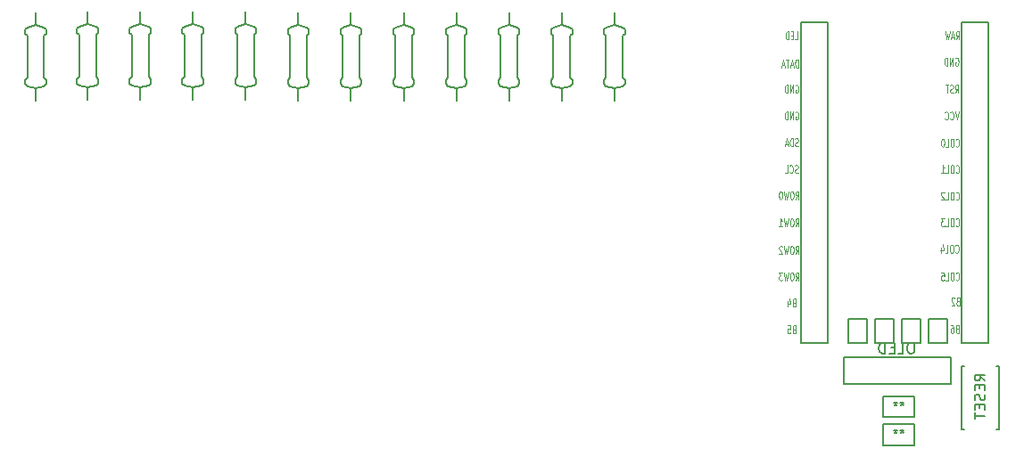
<source format=gbo>
%TF.GenerationSoftware,KiCad,Pcbnew,(5.1.10)-1*%
%TF.CreationDate,2021-10-30T13:12:34+08:00*%
%TF.ProjectId,EGPad,45475061-642e-46b6-9963-61645f706362,rev?*%
%TF.SameCoordinates,Original*%
%TF.FileFunction,Legend,Bot*%
%TF.FilePolarity,Positive*%
%FSLAX46Y46*%
G04 Gerber Fmt 4.6, Leading zero omitted, Abs format (unit mm)*
G04 Created by KiCad (PCBNEW (5.1.10)-1) date 2021-10-30 13:12:34*
%MOMM*%
%LPD*%
G01*
G04 APERTURE LIST*
%ADD10C,0.150000*%
%ADD11C,0.125000*%
G04 APERTURE END LIST*
D10*
%TO.C,JP8*%
X178943000Y-67691000D02*
X178943000Y-65405000D01*
X178943000Y-65405000D02*
X177165000Y-65405000D01*
X177165000Y-65405000D02*
X177165000Y-67691000D01*
X177165000Y-67691000D02*
X178943000Y-67691000D01*
%TO.C,JP7*%
X181483000Y-67691000D02*
X181483000Y-65405000D01*
X181483000Y-65405000D02*
X179705000Y-65405000D01*
X179705000Y-65405000D02*
X179705000Y-67691000D01*
X179705000Y-67691000D02*
X181483000Y-67691000D01*
%TO.C,JP6*%
X184023000Y-67698600D02*
X184023000Y-65412600D01*
X184023000Y-65412600D02*
X182245000Y-65412600D01*
X182245000Y-65412600D02*
X182245000Y-67698600D01*
X182245000Y-67698600D02*
X184023000Y-67698600D01*
%TO.C,JP5*%
X184785000Y-67691000D02*
X186563000Y-67691000D01*
X184785000Y-65405000D02*
X184785000Y-67691000D01*
X186563000Y-65405000D02*
X184785000Y-65405000D01*
X186563000Y-67691000D02*
X186563000Y-65405000D01*
%TO.C,U1*%
X172720000Y-67691000D02*
X172720000Y-37211000D01*
X175260000Y-67691000D02*
X172720000Y-67691000D01*
X175260000Y-37211000D02*
X175260000Y-67691000D01*
X172720000Y-37211000D02*
X175260000Y-37211000D01*
X187960000Y-67691000D02*
X187960000Y-37211000D01*
X190500000Y-67691000D02*
X187960000Y-67691000D01*
X190500000Y-37211000D02*
X190500000Y-67691000D01*
X187960000Y-37211000D02*
X190500000Y-37211000D01*
%TO.C,RSW1*%
X191238000Y-69898000D02*
X191488000Y-69898000D01*
X191488000Y-69898000D02*
X191488000Y-75898000D01*
X191488000Y-75898000D02*
X191238000Y-75898000D01*
X188238000Y-75898000D02*
X187988000Y-75898000D01*
X187988000Y-75898000D02*
X187988000Y-69898000D01*
X187988000Y-69898000D02*
X188238000Y-69898000D01*
%TO.C,R14*%
X180491000Y-75454000D02*
X183491000Y-75454000D01*
X183491000Y-75454000D02*
X183491000Y-77454000D01*
X183491000Y-77454000D02*
X180491000Y-77454000D01*
X180491000Y-77454000D02*
X180491000Y-75454000D01*
%TO.C,R13*%
X180491000Y-72787000D02*
X183491000Y-72787000D01*
X183491000Y-72787000D02*
X183491000Y-74787000D01*
X183491000Y-74787000D02*
X180491000Y-74787000D01*
X180491000Y-74787000D02*
X180491000Y-72787000D01*
%TO.C,J1*%
X176784000Y-69088000D02*
X186944000Y-69088000D01*
X186944000Y-69088000D02*
X186944000Y-71628000D01*
X186944000Y-71628000D02*
X176784000Y-71628000D01*
X176784000Y-71628000D02*
X176784000Y-69088000D01*
%TO.C,R12*%
X105000000Y-43449500D02*
X105000000Y-44649500D01*
X104200000Y-37649500D02*
X105000000Y-37449500D01*
X104000000Y-37849500D02*
X104200000Y-37649500D01*
X104000000Y-38249500D02*
X104000000Y-37849500D01*
X104200000Y-38449500D02*
X104000000Y-38249500D01*
X104200000Y-42449500D02*
X104200000Y-38449500D01*
X104000000Y-42649500D02*
X104200000Y-42449500D01*
X104000000Y-43049500D02*
X104000000Y-42649500D01*
X104200000Y-43249500D02*
X104000000Y-43049500D01*
X105000000Y-43449500D02*
X104200000Y-43249500D01*
X105800000Y-43249500D02*
X105000000Y-43449500D01*
X106000000Y-43049500D02*
X105800000Y-43249500D01*
X106000000Y-42649500D02*
X106000000Y-43049500D01*
X105800000Y-42449500D02*
X106000000Y-42649500D01*
X105800000Y-38449500D02*
X105800000Y-42449500D01*
X106000000Y-38249500D02*
X105800000Y-38449500D01*
X106000000Y-37849500D02*
X106000000Y-38249500D01*
X105800000Y-37649500D02*
X106000000Y-37849500D01*
X105000000Y-37449500D02*
X105800000Y-37649500D01*
X105000000Y-36249500D02*
X105000000Y-37449500D01*
%TO.C,R11*%
X110000000Y-43449500D02*
X110000000Y-44649500D01*
X109200000Y-37649500D02*
X110000000Y-37449500D01*
X109000000Y-37849500D02*
X109200000Y-37649500D01*
X109000000Y-38249500D02*
X109000000Y-37849500D01*
X109200000Y-38449500D02*
X109000000Y-38249500D01*
X109200000Y-42449500D02*
X109200000Y-38449500D01*
X109000000Y-42649500D02*
X109200000Y-42449500D01*
X109000000Y-43049500D02*
X109000000Y-42649500D01*
X109200000Y-43249500D02*
X109000000Y-43049500D01*
X110000000Y-43449500D02*
X109200000Y-43249500D01*
X110800000Y-43249500D02*
X110000000Y-43449500D01*
X111000000Y-43049500D02*
X110800000Y-43249500D01*
X111000000Y-42649500D02*
X111000000Y-43049500D01*
X110800000Y-42449500D02*
X111000000Y-42649500D01*
X110800000Y-38449500D02*
X110800000Y-42449500D01*
X111000000Y-38249500D02*
X110800000Y-38449500D01*
X111000000Y-37849500D02*
X111000000Y-38249500D01*
X110800000Y-37649500D02*
X111000000Y-37849500D01*
X110000000Y-37449500D02*
X110800000Y-37649500D01*
X110000000Y-36249500D02*
X110000000Y-37449500D01*
%TO.C,R10*%
X115000000Y-43449500D02*
X115000000Y-44649500D01*
X114200000Y-37649500D02*
X115000000Y-37449500D01*
X114000000Y-37849500D02*
X114200000Y-37649500D01*
X114000000Y-38249500D02*
X114000000Y-37849500D01*
X114200000Y-38449500D02*
X114000000Y-38249500D01*
X114200000Y-42449500D02*
X114200000Y-38449500D01*
X114000000Y-42649500D02*
X114200000Y-42449500D01*
X114000000Y-43049500D02*
X114000000Y-42649500D01*
X114200000Y-43249500D02*
X114000000Y-43049500D01*
X115000000Y-43449500D02*
X114200000Y-43249500D01*
X115800000Y-43249500D02*
X115000000Y-43449500D01*
X116000000Y-43049500D02*
X115800000Y-43249500D01*
X116000000Y-42649500D02*
X116000000Y-43049500D01*
X115800000Y-42449500D02*
X116000000Y-42649500D01*
X115800000Y-38449500D02*
X115800000Y-42449500D01*
X116000000Y-38249500D02*
X115800000Y-38449500D01*
X116000000Y-37849500D02*
X116000000Y-38249500D01*
X115800000Y-37649500D02*
X116000000Y-37849500D01*
X115000000Y-37449500D02*
X115800000Y-37649500D01*
X115000000Y-36249500D02*
X115000000Y-37449500D01*
%TO.C,R9*%
X120000000Y-43449500D02*
X120000000Y-44649500D01*
X119200000Y-37649500D02*
X120000000Y-37449500D01*
X119000000Y-37849500D02*
X119200000Y-37649500D01*
X119000000Y-38249500D02*
X119000000Y-37849500D01*
X119200000Y-38449500D02*
X119000000Y-38249500D01*
X119200000Y-42449500D02*
X119200000Y-38449500D01*
X119000000Y-42649500D02*
X119200000Y-42449500D01*
X119000000Y-43049500D02*
X119000000Y-42649500D01*
X119200000Y-43249500D02*
X119000000Y-43049500D01*
X120000000Y-43449500D02*
X119200000Y-43249500D01*
X120800000Y-43249500D02*
X120000000Y-43449500D01*
X121000000Y-43049500D02*
X120800000Y-43249500D01*
X121000000Y-42649500D02*
X121000000Y-43049500D01*
X120800000Y-42449500D02*
X121000000Y-42649500D01*
X120800000Y-38449500D02*
X120800000Y-42449500D01*
X121000000Y-38249500D02*
X120800000Y-38449500D01*
X121000000Y-37849500D02*
X121000000Y-38249500D01*
X120800000Y-37649500D02*
X121000000Y-37849500D01*
X120000000Y-37449500D02*
X120800000Y-37649500D01*
X120000000Y-36249500D02*
X120000000Y-37449500D01*
%TO.C,R8*%
X125000000Y-43513000D02*
X125000000Y-44713000D01*
X124200000Y-37713000D02*
X125000000Y-37513000D01*
X124000000Y-37913000D02*
X124200000Y-37713000D01*
X124000000Y-38313000D02*
X124000000Y-37913000D01*
X124200000Y-38513000D02*
X124000000Y-38313000D01*
X124200000Y-42513000D02*
X124200000Y-38513000D01*
X124000000Y-42713000D02*
X124200000Y-42513000D01*
X124000000Y-43113000D02*
X124000000Y-42713000D01*
X124200000Y-43313000D02*
X124000000Y-43113000D01*
X125000000Y-43513000D02*
X124200000Y-43313000D01*
X125800000Y-43313000D02*
X125000000Y-43513000D01*
X126000000Y-43113000D02*
X125800000Y-43313000D01*
X126000000Y-42713000D02*
X126000000Y-43113000D01*
X125800000Y-42513000D02*
X126000000Y-42713000D01*
X125800000Y-38513000D02*
X125800000Y-42513000D01*
X126000000Y-38313000D02*
X125800000Y-38513000D01*
X126000000Y-37913000D02*
X126000000Y-38313000D01*
X125800000Y-37713000D02*
X126000000Y-37913000D01*
X125000000Y-37513000D02*
X125800000Y-37713000D01*
X125000000Y-36313000D02*
X125000000Y-37513000D01*
%TO.C,R7*%
X130000000Y-43513000D02*
X130000000Y-44713000D01*
X129200000Y-37713000D02*
X130000000Y-37513000D01*
X129000000Y-37913000D02*
X129200000Y-37713000D01*
X129000000Y-38313000D02*
X129000000Y-37913000D01*
X129200000Y-38513000D02*
X129000000Y-38313000D01*
X129200000Y-42513000D02*
X129200000Y-38513000D01*
X129000000Y-42713000D02*
X129200000Y-42513000D01*
X129000000Y-43113000D02*
X129000000Y-42713000D01*
X129200000Y-43313000D02*
X129000000Y-43113000D01*
X130000000Y-43513000D02*
X129200000Y-43313000D01*
X130800000Y-43313000D02*
X130000000Y-43513000D01*
X131000000Y-43113000D02*
X130800000Y-43313000D01*
X131000000Y-42713000D02*
X131000000Y-43113000D01*
X130800000Y-42513000D02*
X131000000Y-42713000D01*
X130800000Y-38513000D02*
X130800000Y-42513000D01*
X131000000Y-38313000D02*
X130800000Y-38513000D01*
X131000000Y-37913000D02*
X131000000Y-38313000D01*
X130800000Y-37713000D02*
X131000000Y-37913000D01*
X130000000Y-37513000D02*
X130800000Y-37713000D01*
X130000000Y-36313000D02*
X130000000Y-37513000D01*
%TO.C,R6*%
X135000000Y-43513000D02*
X135000000Y-44713000D01*
X134200000Y-37713000D02*
X135000000Y-37513000D01*
X134000000Y-37913000D02*
X134200000Y-37713000D01*
X134000000Y-38313000D02*
X134000000Y-37913000D01*
X134200000Y-38513000D02*
X134000000Y-38313000D01*
X134200000Y-42513000D02*
X134200000Y-38513000D01*
X134000000Y-42713000D02*
X134200000Y-42513000D01*
X134000000Y-43113000D02*
X134000000Y-42713000D01*
X134200000Y-43313000D02*
X134000000Y-43113000D01*
X135000000Y-43513000D02*
X134200000Y-43313000D01*
X135800000Y-43313000D02*
X135000000Y-43513000D01*
X136000000Y-43113000D02*
X135800000Y-43313000D01*
X136000000Y-42713000D02*
X136000000Y-43113000D01*
X135800000Y-42513000D02*
X136000000Y-42713000D01*
X135800000Y-38513000D02*
X135800000Y-42513000D01*
X136000000Y-38313000D02*
X135800000Y-38513000D01*
X136000000Y-37913000D02*
X136000000Y-38313000D01*
X135800000Y-37713000D02*
X136000000Y-37913000D01*
X135000000Y-37513000D02*
X135800000Y-37713000D01*
X135000000Y-36313000D02*
X135000000Y-37513000D01*
%TO.C,R5*%
X140000000Y-43513000D02*
X140000000Y-44713000D01*
X139200000Y-37713000D02*
X140000000Y-37513000D01*
X139000000Y-37913000D02*
X139200000Y-37713000D01*
X139000000Y-38313000D02*
X139000000Y-37913000D01*
X139200000Y-38513000D02*
X139000000Y-38313000D01*
X139200000Y-42513000D02*
X139200000Y-38513000D01*
X139000000Y-42713000D02*
X139200000Y-42513000D01*
X139000000Y-43113000D02*
X139000000Y-42713000D01*
X139200000Y-43313000D02*
X139000000Y-43113000D01*
X140000000Y-43513000D02*
X139200000Y-43313000D01*
X140800000Y-43313000D02*
X140000000Y-43513000D01*
X141000000Y-43113000D02*
X140800000Y-43313000D01*
X141000000Y-42713000D02*
X141000000Y-43113000D01*
X140800000Y-42513000D02*
X141000000Y-42713000D01*
X140800000Y-38513000D02*
X140800000Y-42513000D01*
X141000000Y-38313000D02*
X140800000Y-38513000D01*
X141000000Y-37913000D02*
X141000000Y-38313000D01*
X140800000Y-37713000D02*
X141000000Y-37913000D01*
X140000000Y-37513000D02*
X140800000Y-37713000D01*
X140000000Y-36313000D02*
X140000000Y-37513000D01*
%TO.C,R4*%
X145000000Y-43513000D02*
X145000000Y-44713000D01*
X144200000Y-37713000D02*
X145000000Y-37513000D01*
X144000000Y-37913000D02*
X144200000Y-37713000D01*
X144000000Y-38313000D02*
X144000000Y-37913000D01*
X144200000Y-38513000D02*
X144000000Y-38313000D01*
X144200000Y-42513000D02*
X144200000Y-38513000D01*
X144000000Y-42713000D02*
X144200000Y-42513000D01*
X144000000Y-43113000D02*
X144000000Y-42713000D01*
X144200000Y-43313000D02*
X144000000Y-43113000D01*
X145000000Y-43513000D02*
X144200000Y-43313000D01*
X145800000Y-43313000D02*
X145000000Y-43513000D01*
X146000000Y-43113000D02*
X145800000Y-43313000D01*
X146000000Y-42713000D02*
X146000000Y-43113000D01*
X145800000Y-42513000D02*
X146000000Y-42713000D01*
X145800000Y-38513000D02*
X145800000Y-42513000D01*
X146000000Y-38313000D02*
X145800000Y-38513000D01*
X146000000Y-37913000D02*
X146000000Y-38313000D01*
X145800000Y-37713000D02*
X146000000Y-37913000D01*
X145000000Y-37513000D02*
X145800000Y-37713000D01*
X145000000Y-36313000D02*
X145000000Y-37513000D01*
%TO.C,R3*%
X150000000Y-43513000D02*
X150000000Y-44713000D01*
X149200000Y-37713000D02*
X150000000Y-37513000D01*
X149000000Y-37913000D02*
X149200000Y-37713000D01*
X149000000Y-38313000D02*
X149000000Y-37913000D01*
X149200000Y-38513000D02*
X149000000Y-38313000D01*
X149200000Y-42513000D02*
X149200000Y-38513000D01*
X149000000Y-42713000D02*
X149200000Y-42513000D01*
X149000000Y-43113000D02*
X149000000Y-42713000D01*
X149200000Y-43313000D02*
X149000000Y-43113000D01*
X150000000Y-43513000D02*
X149200000Y-43313000D01*
X150800000Y-43313000D02*
X150000000Y-43513000D01*
X151000000Y-43113000D02*
X150800000Y-43313000D01*
X151000000Y-42713000D02*
X151000000Y-43113000D01*
X150800000Y-42513000D02*
X151000000Y-42713000D01*
X150800000Y-38513000D02*
X150800000Y-42513000D01*
X151000000Y-38313000D02*
X150800000Y-38513000D01*
X151000000Y-37913000D02*
X151000000Y-38313000D01*
X150800000Y-37713000D02*
X151000000Y-37913000D01*
X150000000Y-37513000D02*
X150800000Y-37713000D01*
X150000000Y-36313000D02*
X150000000Y-37513000D01*
%TO.C,R2*%
X155000000Y-43513000D02*
X155000000Y-44713000D01*
X154200000Y-37713000D02*
X155000000Y-37513000D01*
X154000000Y-37913000D02*
X154200000Y-37713000D01*
X154000000Y-38313000D02*
X154000000Y-37913000D01*
X154200000Y-38513000D02*
X154000000Y-38313000D01*
X154200000Y-42513000D02*
X154200000Y-38513000D01*
X154000000Y-42713000D02*
X154200000Y-42513000D01*
X154000000Y-43113000D02*
X154000000Y-42713000D01*
X154200000Y-43313000D02*
X154000000Y-43113000D01*
X155000000Y-43513000D02*
X154200000Y-43313000D01*
X155800000Y-43313000D02*
X155000000Y-43513000D01*
X156000000Y-43113000D02*
X155800000Y-43313000D01*
X156000000Y-42713000D02*
X156000000Y-43113000D01*
X155800000Y-42513000D02*
X156000000Y-42713000D01*
X155800000Y-38513000D02*
X155800000Y-42513000D01*
X156000000Y-38313000D02*
X155800000Y-38513000D01*
X156000000Y-37913000D02*
X156000000Y-38313000D01*
X155800000Y-37713000D02*
X156000000Y-37913000D01*
X155000000Y-37513000D02*
X155800000Y-37713000D01*
X155000000Y-36313000D02*
X155000000Y-37513000D01*
%TO.C,R1*%
X100076000Y-43513000D02*
X100076000Y-44713000D01*
X99276000Y-37713000D02*
X100076000Y-37513000D01*
X99076000Y-37913000D02*
X99276000Y-37713000D01*
X99076000Y-38313000D02*
X99076000Y-37913000D01*
X99276000Y-38513000D02*
X99076000Y-38313000D01*
X99276000Y-42513000D02*
X99276000Y-38513000D01*
X99076000Y-42713000D02*
X99276000Y-42513000D01*
X99076000Y-43113000D02*
X99076000Y-42713000D01*
X99276000Y-43313000D02*
X99076000Y-43113000D01*
X100076000Y-43513000D02*
X99276000Y-43313000D01*
X100876000Y-43313000D02*
X100076000Y-43513000D01*
X101076000Y-43113000D02*
X100876000Y-43313000D01*
X101076000Y-42713000D02*
X101076000Y-43113000D01*
X100876000Y-42513000D02*
X101076000Y-42713000D01*
X100876000Y-38513000D02*
X100876000Y-42513000D01*
X101076000Y-38313000D02*
X100876000Y-38513000D01*
X101076000Y-37913000D02*
X101076000Y-38313000D01*
X100876000Y-37713000D02*
X101076000Y-37913000D01*
X100076000Y-37513000D02*
X100876000Y-37713000D01*
X100076000Y-36313000D02*
X100076000Y-37513000D01*
%TO.C,U1*%
D11*
X172210952Y-56663785D02*
X172377619Y-56306642D01*
X172496666Y-56663785D02*
X172496666Y-55913785D01*
X172306190Y-55913785D01*
X172258571Y-55949500D01*
X172234761Y-55985214D01*
X172210952Y-56056642D01*
X172210952Y-56163785D01*
X172234761Y-56235214D01*
X172258571Y-56270928D01*
X172306190Y-56306642D01*
X172496666Y-56306642D01*
X171901428Y-55913785D02*
X171806190Y-55913785D01*
X171758571Y-55949500D01*
X171710952Y-56020928D01*
X171687142Y-56163785D01*
X171687142Y-56413785D01*
X171710952Y-56556642D01*
X171758571Y-56628071D01*
X171806190Y-56663785D01*
X171901428Y-56663785D01*
X171949047Y-56628071D01*
X171996666Y-56556642D01*
X172020476Y-56413785D01*
X172020476Y-56163785D01*
X171996666Y-56020928D01*
X171949047Y-55949500D01*
X171901428Y-55913785D01*
X171520476Y-55913785D02*
X171401428Y-56663785D01*
X171306190Y-56128071D01*
X171210952Y-56663785D01*
X171091904Y-55913785D01*
X170639523Y-56663785D02*
X170925238Y-56663785D01*
X170782380Y-56663785D02*
X170782380Y-55913785D01*
X170830000Y-56020928D01*
X170877619Y-56092357D01*
X170925238Y-56128071D01*
X187377619Y-59068857D02*
X187401428Y-59104571D01*
X187472857Y-59140285D01*
X187520476Y-59140285D01*
X187591904Y-59104571D01*
X187639523Y-59033142D01*
X187663333Y-58961714D01*
X187687142Y-58818857D01*
X187687142Y-58711714D01*
X187663333Y-58568857D01*
X187639523Y-58497428D01*
X187591904Y-58426000D01*
X187520476Y-58390285D01*
X187472857Y-58390285D01*
X187401428Y-58426000D01*
X187377619Y-58461714D01*
X187068095Y-58390285D02*
X186972857Y-58390285D01*
X186925238Y-58426000D01*
X186877619Y-58497428D01*
X186853809Y-58640285D01*
X186853809Y-58890285D01*
X186877619Y-59033142D01*
X186925238Y-59104571D01*
X186972857Y-59140285D01*
X187068095Y-59140285D01*
X187115714Y-59104571D01*
X187163333Y-59033142D01*
X187187142Y-58890285D01*
X187187142Y-58640285D01*
X187163333Y-58497428D01*
X187115714Y-58426000D01*
X187068095Y-58390285D01*
X186401428Y-59140285D02*
X186639523Y-59140285D01*
X186639523Y-58390285D01*
X186020476Y-58640285D02*
X186020476Y-59140285D01*
X186139523Y-58354571D02*
X186258571Y-58890285D01*
X185949047Y-58890285D01*
X172210952Y-59267285D02*
X172377619Y-58910142D01*
X172496666Y-59267285D02*
X172496666Y-58517285D01*
X172306190Y-58517285D01*
X172258571Y-58553000D01*
X172234761Y-58588714D01*
X172210952Y-58660142D01*
X172210952Y-58767285D01*
X172234761Y-58838714D01*
X172258571Y-58874428D01*
X172306190Y-58910142D01*
X172496666Y-58910142D01*
X171901428Y-58517285D02*
X171806190Y-58517285D01*
X171758571Y-58553000D01*
X171710952Y-58624428D01*
X171687142Y-58767285D01*
X171687142Y-59017285D01*
X171710952Y-59160142D01*
X171758571Y-59231571D01*
X171806190Y-59267285D01*
X171901428Y-59267285D01*
X171949047Y-59231571D01*
X171996666Y-59160142D01*
X172020476Y-59017285D01*
X172020476Y-58767285D01*
X171996666Y-58624428D01*
X171949047Y-58553000D01*
X171901428Y-58517285D01*
X171520476Y-58517285D02*
X171401428Y-59267285D01*
X171306190Y-58731571D01*
X171210952Y-59267285D01*
X171091904Y-58517285D01*
X170925238Y-58588714D02*
X170901428Y-58553000D01*
X170853809Y-58517285D01*
X170734761Y-58517285D01*
X170687142Y-58553000D01*
X170663333Y-58588714D01*
X170639523Y-58660142D01*
X170639523Y-58731571D01*
X170663333Y-58838714D01*
X170949047Y-59267285D01*
X170639523Y-59267285D01*
X187427619Y-61706857D02*
X187451428Y-61742571D01*
X187522857Y-61778285D01*
X187570476Y-61778285D01*
X187641904Y-61742571D01*
X187689523Y-61671142D01*
X187713333Y-61599714D01*
X187737142Y-61456857D01*
X187737142Y-61349714D01*
X187713333Y-61206857D01*
X187689523Y-61135428D01*
X187641904Y-61064000D01*
X187570476Y-61028285D01*
X187522857Y-61028285D01*
X187451428Y-61064000D01*
X187427619Y-61099714D01*
X187118095Y-61028285D02*
X187022857Y-61028285D01*
X186975238Y-61064000D01*
X186927619Y-61135428D01*
X186903809Y-61278285D01*
X186903809Y-61528285D01*
X186927619Y-61671142D01*
X186975238Y-61742571D01*
X187022857Y-61778285D01*
X187118095Y-61778285D01*
X187165714Y-61742571D01*
X187213333Y-61671142D01*
X187237142Y-61528285D01*
X187237142Y-61278285D01*
X187213333Y-61135428D01*
X187165714Y-61064000D01*
X187118095Y-61028285D01*
X186451428Y-61778285D02*
X186689523Y-61778285D01*
X186689523Y-61028285D01*
X186046666Y-61028285D02*
X186284761Y-61028285D01*
X186308571Y-61385428D01*
X186284761Y-61349714D01*
X186237142Y-61314000D01*
X186118095Y-61314000D01*
X186070476Y-61349714D01*
X186046666Y-61385428D01*
X186022857Y-61456857D01*
X186022857Y-61635428D01*
X186046666Y-61706857D01*
X186070476Y-61742571D01*
X186118095Y-61778285D01*
X186237142Y-61778285D01*
X186284761Y-61742571D01*
X186308571Y-61706857D01*
X172210952Y-61778285D02*
X172377619Y-61421142D01*
X172496666Y-61778285D02*
X172496666Y-61028285D01*
X172306190Y-61028285D01*
X172258571Y-61064000D01*
X172234761Y-61099714D01*
X172210952Y-61171142D01*
X172210952Y-61278285D01*
X172234761Y-61349714D01*
X172258571Y-61385428D01*
X172306190Y-61421142D01*
X172496666Y-61421142D01*
X171901428Y-61028285D02*
X171806190Y-61028285D01*
X171758571Y-61064000D01*
X171710952Y-61135428D01*
X171687142Y-61278285D01*
X171687142Y-61528285D01*
X171710952Y-61671142D01*
X171758571Y-61742571D01*
X171806190Y-61778285D01*
X171901428Y-61778285D01*
X171949047Y-61742571D01*
X171996666Y-61671142D01*
X172020476Y-61528285D01*
X172020476Y-61278285D01*
X171996666Y-61135428D01*
X171949047Y-61064000D01*
X171901428Y-61028285D01*
X171520476Y-61028285D02*
X171401428Y-61778285D01*
X171306190Y-61242571D01*
X171210952Y-61778285D01*
X171091904Y-61028285D01*
X170949047Y-61028285D02*
X170639523Y-61028285D01*
X170806190Y-61314000D01*
X170734761Y-61314000D01*
X170687142Y-61349714D01*
X170663333Y-61385428D01*
X170639523Y-61456857D01*
X170639523Y-61635428D01*
X170663333Y-61706857D01*
X170687142Y-61742571D01*
X170734761Y-61778285D01*
X170877619Y-61778285D01*
X170925238Y-61742571D01*
X170949047Y-61706857D01*
X187590880Y-63763928D02*
X187519452Y-63799642D01*
X187495642Y-63835357D01*
X187471833Y-63906785D01*
X187471833Y-64013928D01*
X187495642Y-64085357D01*
X187519452Y-64121071D01*
X187567071Y-64156785D01*
X187757547Y-64156785D01*
X187757547Y-63406785D01*
X187590880Y-63406785D01*
X187543261Y-63442500D01*
X187519452Y-63478214D01*
X187495642Y-63549642D01*
X187495642Y-63621071D01*
X187519452Y-63692500D01*
X187543261Y-63728214D01*
X187590880Y-63763928D01*
X187757547Y-63763928D01*
X187281357Y-63478214D02*
X187257547Y-63442500D01*
X187209928Y-63406785D01*
X187090880Y-63406785D01*
X187043261Y-63442500D01*
X187019452Y-63478214D01*
X186995642Y-63549642D01*
X186995642Y-63621071D01*
X187019452Y-63728214D01*
X187305166Y-64156785D01*
X186995642Y-64156785D01*
X172033380Y-63890928D02*
X171961952Y-63926642D01*
X171938142Y-63962357D01*
X171914333Y-64033785D01*
X171914333Y-64140928D01*
X171938142Y-64212357D01*
X171961952Y-64248071D01*
X172009571Y-64283785D01*
X172200047Y-64283785D01*
X172200047Y-63533785D01*
X172033380Y-63533785D01*
X171985761Y-63569500D01*
X171961952Y-63605214D01*
X171938142Y-63676642D01*
X171938142Y-63748071D01*
X171961952Y-63819500D01*
X171985761Y-63855214D01*
X172033380Y-63890928D01*
X172200047Y-63890928D01*
X171485761Y-63783785D02*
X171485761Y-64283785D01*
X171604809Y-63498071D02*
X171723857Y-64033785D01*
X171414333Y-64033785D01*
X172033380Y-66430928D02*
X171961952Y-66466642D01*
X171938142Y-66502357D01*
X171914333Y-66573785D01*
X171914333Y-66680928D01*
X171938142Y-66752357D01*
X171961952Y-66788071D01*
X172009571Y-66823785D01*
X172200047Y-66823785D01*
X172200047Y-66073785D01*
X172033380Y-66073785D01*
X171985761Y-66109500D01*
X171961952Y-66145214D01*
X171938142Y-66216642D01*
X171938142Y-66288071D01*
X171961952Y-66359500D01*
X171985761Y-66395214D01*
X172033380Y-66430928D01*
X172200047Y-66430928D01*
X171461952Y-66073785D02*
X171700047Y-66073785D01*
X171723857Y-66430928D01*
X171700047Y-66395214D01*
X171652428Y-66359500D01*
X171533380Y-66359500D01*
X171485761Y-66395214D01*
X171461952Y-66430928D01*
X171438142Y-66502357D01*
X171438142Y-66680928D01*
X171461952Y-66752357D01*
X171485761Y-66788071D01*
X171533380Y-66823785D01*
X171652428Y-66823785D01*
X171700047Y-66788071D01*
X171723857Y-66752357D01*
X187527380Y-66367428D02*
X187455952Y-66403142D01*
X187432142Y-66438857D01*
X187408333Y-66510285D01*
X187408333Y-66617428D01*
X187432142Y-66688857D01*
X187455952Y-66724571D01*
X187503571Y-66760285D01*
X187694047Y-66760285D01*
X187694047Y-66010285D01*
X187527380Y-66010285D01*
X187479761Y-66046000D01*
X187455952Y-66081714D01*
X187432142Y-66153142D01*
X187432142Y-66224571D01*
X187455952Y-66296000D01*
X187479761Y-66331714D01*
X187527380Y-66367428D01*
X187694047Y-66367428D01*
X186979761Y-66010285D02*
X187075000Y-66010285D01*
X187122619Y-66046000D01*
X187146428Y-66081714D01*
X187194047Y-66188857D01*
X187217857Y-66331714D01*
X187217857Y-66617428D01*
X187194047Y-66688857D01*
X187170238Y-66724571D01*
X187122619Y-66760285D01*
X187027380Y-66760285D01*
X186979761Y-66724571D01*
X186955952Y-66688857D01*
X186932142Y-66617428D01*
X186932142Y-66438857D01*
X186955952Y-66367428D01*
X186979761Y-66331714D01*
X187027380Y-66296000D01*
X187122619Y-66296000D01*
X187170238Y-66331714D01*
X187194047Y-66367428D01*
X187217857Y-66438857D01*
X187427619Y-49006857D02*
X187451428Y-49042571D01*
X187522857Y-49078285D01*
X187570476Y-49078285D01*
X187641904Y-49042571D01*
X187689523Y-48971142D01*
X187713333Y-48899714D01*
X187737142Y-48756857D01*
X187737142Y-48649714D01*
X187713333Y-48506857D01*
X187689523Y-48435428D01*
X187641904Y-48364000D01*
X187570476Y-48328285D01*
X187522857Y-48328285D01*
X187451428Y-48364000D01*
X187427619Y-48399714D01*
X187118095Y-48328285D02*
X187022857Y-48328285D01*
X186975238Y-48364000D01*
X186927619Y-48435428D01*
X186903809Y-48578285D01*
X186903809Y-48828285D01*
X186927619Y-48971142D01*
X186975238Y-49042571D01*
X187022857Y-49078285D01*
X187118095Y-49078285D01*
X187165714Y-49042571D01*
X187213333Y-48971142D01*
X187237142Y-48828285D01*
X187237142Y-48578285D01*
X187213333Y-48435428D01*
X187165714Y-48364000D01*
X187118095Y-48328285D01*
X186451428Y-49078285D02*
X186689523Y-49078285D01*
X186689523Y-48328285D01*
X186189523Y-48328285D02*
X186141904Y-48328285D01*
X186094285Y-48364000D01*
X186070476Y-48399714D01*
X186046666Y-48471142D01*
X186022857Y-48614000D01*
X186022857Y-48792571D01*
X186046666Y-48935428D01*
X186070476Y-49006857D01*
X186094285Y-49042571D01*
X186141904Y-49078285D01*
X186189523Y-49078285D01*
X186237142Y-49042571D01*
X186260952Y-49006857D01*
X186284761Y-48935428D01*
X186308571Y-48792571D01*
X186308571Y-48614000D01*
X186284761Y-48471142D01*
X186260952Y-48399714D01*
X186237142Y-48364000D01*
X186189523Y-48328285D01*
X172438142Y-49008071D02*
X172366714Y-49043785D01*
X172247666Y-49043785D01*
X172200047Y-49008071D01*
X172176238Y-48972357D01*
X172152428Y-48900928D01*
X172152428Y-48829500D01*
X172176238Y-48758071D01*
X172200047Y-48722357D01*
X172247666Y-48686642D01*
X172342904Y-48650928D01*
X172390523Y-48615214D01*
X172414333Y-48579500D01*
X172438142Y-48508071D01*
X172438142Y-48436642D01*
X172414333Y-48365214D01*
X172390523Y-48329500D01*
X172342904Y-48293785D01*
X172223857Y-48293785D01*
X172152428Y-48329500D01*
X171938142Y-49043785D02*
X171938142Y-48293785D01*
X171819095Y-48293785D01*
X171747666Y-48329500D01*
X171700047Y-48400928D01*
X171676238Y-48472357D01*
X171652428Y-48615214D01*
X171652428Y-48722357D01*
X171676238Y-48865214D01*
X171700047Y-48936642D01*
X171747666Y-49008071D01*
X171819095Y-49043785D01*
X171938142Y-49043785D01*
X171461952Y-48829500D02*
X171223857Y-48829500D01*
X171509571Y-49043785D02*
X171342904Y-48293785D01*
X171176238Y-49043785D01*
X187427619Y-51512357D02*
X187451428Y-51548071D01*
X187522857Y-51583785D01*
X187570476Y-51583785D01*
X187641904Y-51548071D01*
X187689523Y-51476642D01*
X187713333Y-51405214D01*
X187737142Y-51262357D01*
X187737142Y-51155214D01*
X187713333Y-51012357D01*
X187689523Y-50940928D01*
X187641904Y-50869500D01*
X187570476Y-50833785D01*
X187522857Y-50833785D01*
X187451428Y-50869500D01*
X187427619Y-50905214D01*
X187118095Y-50833785D02*
X187022857Y-50833785D01*
X186975238Y-50869500D01*
X186927619Y-50940928D01*
X186903809Y-51083785D01*
X186903809Y-51333785D01*
X186927619Y-51476642D01*
X186975238Y-51548071D01*
X187022857Y-51583785D01*
X187118095Y-51583785D01*
X187165714Y-51548071D01*
X187213333Y-51476642D01*
X187237142Y-51333785D01*
X187237142Y-51083785D01*
X187213333Y-50940928D01*
X187165714Y-50869500D01*
X187118095Y-50833785D01*
X186451428Y-51583785D02*
X186689523Y-51583785D01*
X186689523Y-50833785D01*
X186022857Y-51583785D02*
X186308571Y-51583785D01*
X186165714Y-51583785D02*
X186165714Y-50833785D01*
X186213333Y-50940928D01*
X186260952Y-51012357D01*
X186308571Y-51048071D01*
X172426238Y-51548071D02*
X172354809Y-51583785D01*
X172235761Y-51583785D01*
X172188142Y-51548071D01*
X172164333Y-51512357D01*
X172140523Y-51440928D01*
X172140523Y-51369500D01*
X172164333Y-51298071D01*
X172188142Y-51262357D01*
X172235761Y-51226642D01*
X172331000Y-51190928D01*
X172378619Y-51155214D01*
X172402428Y-51119500D01*
X172426238Y-51048071D01*
X172426238Y-50976642D01*
X172402428Y-50905214D01*
X172378619Y-50869500D01*
X172331000Y-50833785D01*
X172211952Y-50833785D01*
X172140523Y-50869500D01*
X171640523Y-51512357D02*
X171664333Y-51548071D01*
X171735761Y-51583785D01*
X171783380Y-51583785D01*
X171854809Y-51548071D01*
X171902428Y-51476642D01*
X171926238Y-51405214D01*
X171950047Y-51262357D01*
X171950047Y-51155214D01*
X171926238Y-51012357D01*
X171902428Y-50940928D01*
X171854809Y-50869500D01*
X171783380Y-50833785D01*
X171735761Y-50833785D01*
X171664333Y-50869500D01*
X171640523Y-50905214D01*
X171188142Y-51583785D02*
X171426238Y-51583785D01*
X171426238Y-50833785D01*
X187427619Y-54056857D02*
X187451428Y-54092571D01*
X187522857Y-54128285D01*
X187570476Y-54128285D01*
X187641904Y-54092571D01*
X187689523Y-54021142D01*
X187713333Y-53949714D01*
X187737142Y-53806857D01*
X187737142Y-53699714D01*
X187713333Y-53556857D01*
X187689523Y-53485428D01*
X187641904Y-53414000D01*
X187570476Y-53378285D01*
X187522857Y-53378285D01*
X187451428Y-53414000D01*
X187427619Y-53449714D01*
X187118095Y-53378285D02*
X187022857Y-53378285D01*
X186975238Y-53414000D01*
X186927619Y-53485428D01*
X186903809Y-53628285D01*
X186903809Y-53878285D01*
X186927619Y-54021142D01*
X186975238Y-54092571D01*
X187022857Y-54128285D01*
X187118095Y-54128285D01*
X187165714Y-54092571D01*
X187213333Y-54021142D01*
X187237142Y-53878285D01*
X187237142Y-53628285D01*
X187213333Y-53485428D01*
X187165714Y-53414000D01*
X187118095Y-53378285D01*
X186451428Y-54128285D02*
X186689523Y-54128285D01*
X186689523Y-53378285D01*
X186308571Y-53449714D02*
X186284761Y-53414000D01*
X186237142Y-53378285D01*
X186118095Y-53378285D01*
X186070476Y-53414000D01*
X186046666Y-53449714D01*
X186022857Y-53521142D01*
X186022857Y-53592571D01*
X186046666Y-53699714D01*
X186332380Y-54128285D01*
X186022857Y-54128285D01*
X172210952Y-54060285D02*
X172377619Y-53703142D01*
X172496666Y-54060285D02*
X172496666Y-53310285D01*
X172306190Y-53310285D01*
X172258571Y-53346000D01*
X172234761Y-53381714D01*
X172210952Y-53453142D01*
X172210952Y-53560285D01*
X172234761Y-53631714D01*
X172258571Y-53667428D01*
X172306190Y-53703142D01*
X172496666Y-53703142D01*
X171901428Y-53310285D02*
X171806190Y-53310285D01*
X171758571Y-53346000D01*
X171710952Y-53417428D01*
X171687142Y-53560285D01*
X171687142Y-53810285D01*
X171710952Y-53953142D01*
X171758571Y-54024571D01*
X171806190Y-54060285D01*
X171901428Y-54060285D01*
X171949047Y-54024571D01*
X171996666Y-53953142D01*
X172020476Y-53810285D01*
X172020476Y-53560285D01*
X171996666Y-53417428D01*
X171949047Y-53346000D01*
X171901428Y-53310285D01*
X171520476Y-53310285D02*
X171401428Y-54060285D01*
X171306190Y-53524571D01*
X171210952Y-54060285D01*
X171091904Y-53310285D01*
X170806190Y-53310285D02*
X170758571Y-53310285D01*
X170710952Y-53346000D01*
X170687142Y-53381714D01*
X170663333Y-53453142D01*
X170639523Y-53596000D01*
X170639523Y-53774571D01*
X170663333Y-53917428D01*
X170687142Y-53988857D01*
X170710952Y-54024571D01*
X170758571Y-54060285D01*
X170806190Y-54060285D01*
X170853809Y-54024571D01*
X170877619Y-53988857D01*
X170901428Y-53917428D01*
X170925238Y-53774571D01*
X170925238Y-53596000D01*
X170901428Y-53453142D01*
X170877619Y-53381714D01*
X170853809Y-53346000D01*
X170806190Y-53310285D01*
X187427619Y-56556857D02*
X187451428Y-56592571D01*
X187522857Y-56628285D01*
X187570476Y-56628285D01*
X187641904Y-56592571D01*
X187689523Y-56521142D01*
X187713333Y-56449714D01*
X187737142Y-56306857D01*
X187737142Y-56199714D01*
X187713333Y-56056857D01*
X187689523Y-55985428D01*
X187641904Y-55914000D01*
X187570476Y-55878285D01*
X187522857Y-55878285D01*
X187451428Y-55914000D01*
X187427619Y-55949714D01*
X187118095Y-55878285D02*
X187022857Y-55878285D01*
X186975238Y-55914000D01*
X186927619Y-55985428D01*
X186903809Y-56128285D01*
X186903809Y-56378285D01*
X186927619Y-56521142D01*
X186975238Y-56592571D01*
X187022857Y-56628285D01*
X187118095Y-56628285D01*
X187165714Y-56592571D01*
X187213333Y-56521142D01*
X187237142Y-56378285D01*
X187237142Y-56128285D01*
X187213333Y-55985428D01*
X187165714Y-55914000D01*
X187118095Y-55878285D01*
X186451428Y-56628285D02*
X186689523Y-56628285D01*
X186689523Y-55878285D01*
X186332380Y-55878285D02*
X186022857Y-55878285D01*
X186189523Y-56164000D01*
X186118095Y-56164000D01*
X186070476Y-56199714D01*
X186046666Y-56235428D01*
X186022857Y-56306857D01*
X186022857Y-56485428D01*
X186046666Y-56556857D01*
X186070476Y-56592571D01*
X186118095Y-56628285D01*
X186260952Y-56628285D01*
X186308571Y-56592571D01*
X186332380Y-56556857D01*
X172211952Y-45789500D02*
X172259571Y-45753785D01*
X172331000Y-45753785D01*
X172402428Y-45789500D01*
X172450047Y-45860928D01*
X172473857Y-45932357D01*
X172497666Y-46075214D01*
X172497666Y-46182357D01*
X172473857Y-46325214D01*
X172450047Y-46396642D01*
X172402428Y-46468071D01*
X172331000Y-46503785D01*
X172283380Y-46503785D01*
X172211952Y-46468071D01*
X172188142Y-46432357D01*
X172188142Y-46182357D01*
X172283380Y-46182357D01*
X171973857Y-46503785D02*
X171973857Y-45753785D01*
X171688142Y-46503785D01*
X171688142Y-45753785D01*
X171450047Y-46503785D02*
X171450047Y-45753785D01*
X171331000Y-45753785D01*
X171259571Y-45789500D01*
X171211952Y-45860928D01*
X171188142Y-45932357D01*
X171164333Y-46075214D01*
X171164333Y-46182357D01*
X171188142Y-46325214D01*
X171211952Y-46396642D01*
X171259571Y-46468071D01*
X171331000Y-46503785D01*
X171450047Y-46503785D01*
X187674166Y-45753785D02*
X187507500Y-46503785D01*
X187340833Y-45753785D01*
X186888452Y-46432357D02*
X186912261Y-46468071D01*
X186983690Y-46503785D01*
X187031309Y-46503785D01*
X187102738Y-46468071D01*
X187150357Y-46396642D01*
X187174166Y-46325214D01*
X187197976Y-46182357D01*
X187197976Y-46075214D01*
X187174166Y-45932357D01*
X187150357Y-45860928D01*
X187102738Y-45789500D01*
X187031309Y-45753785D01*
X186983690Y-45753785D01*
X186912261Y-45789500D01*
X186888452Y-45825214D01*
X186388452Y-46432357D02*
X186412261Y-46468071D01*
X186483690Y-46503785D01*
X186531309Y-46503785D01*
X186602738Y-46468071D01*
X186650357Y-46396642D01*
X186674166Y-46325214D01*
X186697976Y-46182357D01*
X186697976Y-46075214D01*
X186674166Y-45932357D01*
X186650357Y-45860928D01*
X186602738Y-45789500D01*
X186531309Y-45753785D01*
X186483690Y-45753785D01*
X186412261Y-45789500D01*
X186388452Y-45825214D01*
X172211952Y-43249500D02*
X172259571Y-43213785D01*
X172331000Y-43213785D01*
X172402428Y-43249500D01*
X172450047Y-43320928D01*
X172473857Y-43392357D01*
X172497666Y-43535214D01*
X172497666Y-43642357D01*
X172473857Y-43785214D01*
X172450047Y-43856642D01*
X172402428Y-43928071D01*
X172331000Y-43963785D01*
X172283380Y-43963785D01*
X172211952Y-43928071D01*
X172188142Y-43892357D01*
X172188142Y-43642357D01*
X172283380Y-43642357D01*
X171973857Y-43963785D02*
X171973857Y-43213785D01*
X171688142Y-43963785D01*
X171688142Y-43213785D01*
X171450047Y-43963785D02*
X171450047Y-43213785D01*
X171331000Y-43213785D01*
X171259571Y-43249500D01*
X171211952Y-43320928D01*
X171188142Y-43392357D01*
X171164333Y-43535214D01*
X171164333Y-43642357D01*
X171188142Y-43785214D01*
X171211952Y-43856642D01*
X171259571Y-43928071D01*
X171331000Y-43963785D01*
X171450047Y-43963785D01*
X187344809Y-43963785D02*
X187511476Y-43606642D01*
X187630523Y-43963785D02*
X187630523Y-43213785D01*
X187440047Y-43213785D01*
X187392428Y-43249500D01*
X187368619Y-43285214D01*
X187344809Y-43356642D01*
X187344809Y-43463785D01*
X187368619Y-43535214D01*
X187392428Y-43570928D01*
X187440047Y-43606642D01*
X187630523Y-43606642D01*
X187154333Y-43928071D02*
X187082904Y-43963785D01*
X186963857Y-43963785D01*
X186916238Y-43928071D01*
X186892428Y-43892357D01*
X186868619Y-43820928D01*
X186868619Y-43749500D01*
X186892428Y-43678071D01*
X186916238Y-43642357D01*
X186963857Y-43606642D01*
X187059095Y-43570928D01*
X187106714Y-43535214D01*
X187130523Y-43499500D01*
X187154333Y-43428071D01*
X187154333Y-43356642D01*
X187130523Y-43285214D01*
X187106714Y-43249500D01*
X187059095Y-43213785D01*
X186940047Y-43213785D01*
X186868619Y-43249500D01*
X186725761Y-43213785D02*
X186440047Y-43213785D01*
X186582904Y-43963785D02*
X186582904Y-43213785D01*
X172430000Y-41528285D02*
X172430000Y-40778285D01*
X172310952Y-40778285D01*
X172239523Y-40814000D01*
X172191904Y-40885428D01*
X172168095Y-40956857D01*
X172144285Y-41099714D01*
X172144285Y-41206857D01*
X172168095Y-41349714D01*
X172191904Y-41421142D01*
X172239523Y-41492571D01*
X172310952Y-41528285D01*
X172430000Y-41528285D01*
X171953809Y-41314000D02*
X171715714Y-41314000D01*
X172001428Y-41528285D02*
X171834761Y-40778285D01*
X171668095Y-41528285D01*
X171572857Y-40778285D02*
X171287142Y-40778285D01*
X171430000Y-41528285D02*
X171430000Y-40778285D01*
X171144285Y-41314000D02*
X170906190Y-41314000D01*
X171191904Y-41528285D02*
X171025238Y-40778285D01*
X170858571Y-41528285D01*
X187388452Y-40646000D02*
X187436071Y-40610285D01*
X187507500Y-40610285D01*
X187578928Y-40646000D01*
X187626547Y-40717428D01*
X187650357Y-40788857D01*
X187674166Y-40931714D01*
X187674166Y-41038857D01*
X187650357Y-41181714D01*
X187626547Y-41253142D01*
X187578928Y-41324571D01*
X187507500Y-41360285D01*
X187459880Y-41360285D01*
X187388452Y-41324571D01*
X187364642Y-41288857D01*
X187364642Y-41038857D01*
X187459880Y-41038857D01*
X187150357Y-41360285D02*
X187150357Y-40610285D01*
X186864642Y-41360285D01*
X186864642Y-40610285D01*
X186626547Y-41360285D02*
X186626547Y-40610285D01*
X186507500Y-40610285D01*
X186436071Y-40646000D01*
X186388452Y-40717428D01*
X186364642Y-40788857D01*
X186340833Y-40931714D01*
X186340833Y-41038857D01*
X186364642Y-41181714D01*
X186388452Y-41253142D01*
X186436071Y-41324571D01*
X186507500Y-41360285D01*
X186626547Y-41360285D01*
X172152428Y-38883785D02*
X172390523Y-38883785D01*
X172390523Y-38133785D01*
X171985761Y-38490928D02*
X171819095Y-38490928D01*
X171747666Y-38883785D02*
X171985761Y-38883785D01*
X171985761Y-38133785D01*
X171747666Y-38133785D01*
X171533380Y-38883785D02*
X171533380Y-38133785D01*
X171414333Y-38133785D01*
X171342904Y-38169500D01*
X171295285Y-38240928D01*
X171271476Y-38312357D01*
X171247666Y-38455214D01*
X171247666Y-38562357D01*
X171271476Y-38705214D01*
X171295285Y-38776642D01*
X171342904Y-38848071D01*
X171414333Y-38883785D01*
X171533380Y-38883785D01*
X187416238Y-38883785D02*
X187582904Y-38526642D01*
X187701952Y-38883785D02*
X187701952Y-38133785D01*
X187511476Y-38133785D01*
X187463857Y-38169500D01*
X187440047Y-38205214D01*
X187416238Y-38276642D01*
X187416238Y-38383785D01*
X187440047Y-38455214D01*
X187463857Y-38490928D01*
X187511476Y-38526642D01*
X187701952Y-38526642D01*
X187225761Y-38669500D02*
X186987666Y-38669500D01*
X187273380Y-38883785D02*
X187106714Y-38133785D01*
X186940047Y-38883785D01*
X186821000Y-38133785D02*
X186701952Y-38883785D01*
X186606714Y-38348071D01*
X186511476Y-38883785D01*
X186392428Y-38133785D01*
%TO.C,RSW1*%
D10*
X190190380Y-71318619D02*
X189714190Y-70985285D01*
X190190380Y-70747190D02*
X189190380Y-70747190D01*
X189190380Y-71128142D01*
X189238000Y-71223380D01*
X189285619Y-71271000D01*
X189380857Y-71318619D01*
X189523714Y-71318619D01*
X189618952Y-71271000D01*
X189666571Y-71223380D01*
X189714190Y-71128142D01*
X189714190Y-70747190D01*
X189666571Y-71747190D02*
X189666571Y-72080523D01*
X190190380Y-72223380D02*
X190190380Y-71747190D01*
X189190380Y-71747190D01*
X189190380Y-72223380D01*
X190142761Y-72604333D02*
X190190380Y-72747190D01*
X190190380Y-72985285D01*
X190142761Y-73080523D01*
X190095142Y-73128142D01*
X189999904Y-73175761D01*
X189904666Y-73175761D01*
X189809428Y-73128142D01*
X189761809Y-73080523D01*
X189714190Y-72985285D01*
X189666571Y-72794809D01*
X189618952Y-72699571D01*
X189571333Y-72651952D01*
X189476095Y-72604333D01*
X189380857Y-72604333D01*
X189285619Y-72651952D01*
X189238000Y-72699571D01*
X189190380Y-72794809D01*
X189190380Y-73032904D01*
X189238000Y-73175761D01*
X189666571Y-73604333D02*
X189666571Y-73937666D01*
X190190380Y-74080523D02*
X190190380Y-73604333D01*
X189190380Y-73604333D01*
X189190380Y-74080523D01*
X189190380Y-74366238D02*
X189190380Y-74937666D01*
X190190380Y-74651952D02*
X189190380Y-74651952D01*
%TO.C,R14*%
X182300638Y-75945395D02*
X182300638Y-76138919D01*
X182494161Y-76061509D02*
X182300638Y-76138919D01*
X182107114Y-76061509D01*
X182416752Y-76293738D02*
X182300638Y-76138919D01*
X182184523Y-76293738D01*
X181681361Y-75945395D02*
X181681361Y-76138919D01*
X181874885Y-76061509D02*
X181681361Y-76138919D01*
X181487838Y-76061509D01*
X181797476Y-76293738D02*
X181681361Y-76138919D01*
X181565247Y-76293738D01*
%TO.C,R13*%
X182300638Y-73278395D02*
X182300638Y-73471919D01*
X182494161Y-73394509D02*
X182300638Y-73471919D01*
X182107114Y-73394509D01*
X182416752Y-73626738D02*
X182300638Y-73471919D01*
X182184523Y-73626738D01*
X181681361Y-73278395D02*
X181681361Y-73471919D01*
X181874885Y-73394509D02*
X181681361Y-73471919D01*
X181487838Y-73394509D01*
X181797476Y-73626738D02*
X181681361Y-73471919D01*
X181565247Y-73626738D01*
%TO.C,J1*%
X183256380Y-67710380D02*
X183065904Y-67710380D01*
X182970666Y-67758000D01*
X182875428Y-67853238D01*
X182827809Y-68043714D01*
X182827809Y-68377047D01*
X182875428Y-68567523D01*
X182970666Y-68662761D01*
X183065904Y-68710380D01*
X183256380Y-68710380D01*
X183351619Y-68662761D01*
X183446857Y-68567523D01*
X183494476Y-68377047D01*
X183494476Y-68043714D01*
X183446857Y-67853238D01*
X183351619Y-67758000D01*
X183256380Y-67710380D01*
X181923047Y-68710380D02*
X182399238Y-68710380D01*
X182399238Y-67710380D01*
X181589714Y-68186571D02*
X181256380Y-68186571D01*
X181113523Y-68710380D02*
X181589714Y-68710380D01*
X181589714Y-67710380D01*
X181113523Y-67710380D01*
X180684952Y-68710380D02*
X180684952Y-67710380D01*
X180446857Y-67710380D01*
X180304000Y-67758000D01*
X180208761Y-67853238D01*
X180161142Y-67948476D01*
X180113523Y-68138952D01*
X180113523Y-68281809D01*
X180161142Y-68472285D01*
X180208761Y-68567523D01*
X180304000Y-68662761D01*
X180446857Y-68710380D01*
X180684952Y-68710380D01*
%TD*%
M02*

</source>
